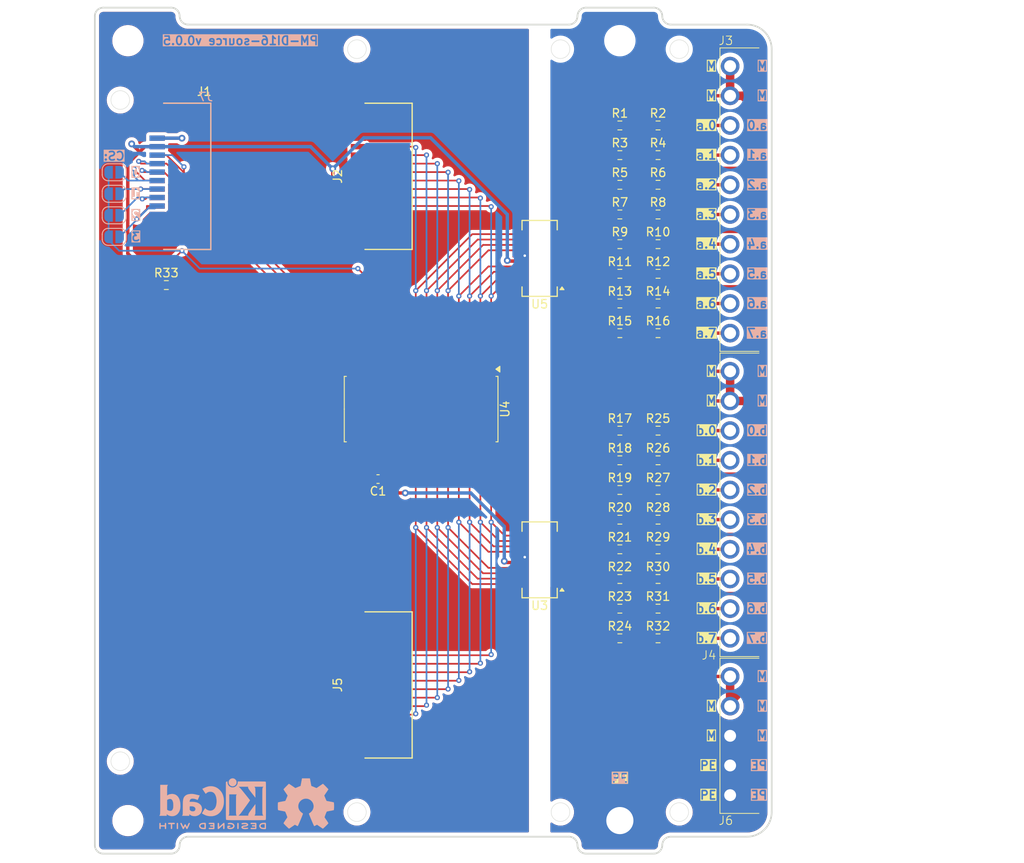
<source format=kicad_pcb>
(kicad_pcb (version 20240108) (generator "pcbnew") (generator_version "8.0")
  (title_block (title "${article} v${version}"))
  (layers (0 "F.Cu" signal) (31 "B.Cu" signal) (34 "B.Paste" user) (35 "F.Paste" user) (36 "B.SilkS" user "B.Silkscreen") (37 "F.SilkS" user "F.Silkscreen") (38 "B.Mask" user) (39 "F.Mask" user) (44 "Edge.Cuts" user))
  (property "article" "PM-DI16-source")
  (property "version" "0.0.5")
  (net 0 "")
  (net 1 "/MOSI")
  (net 2 "/CS")
  (net 3 "/MISO")
  (net 4 "GND")
  (net 5 "/SCK")
  (net 6 "+3.3V")
  (net 7 "+5V")
  (net 8 "/M")
  (net 9 "/a.1")
  (net 10 "/a.3")
  (net 11 "/a.6")
  (net 12 "/a.5")
  (net 13 "/a.2")
  (net 14 "/a.4")
  (net 15 "/a.7")
  (net 16 "/a.0_div")
  (net 17 "/a.1_div")
  (net 18 "/a.3_div")
  (net 19 "/a.2_div")
  (net 20 "/a.7_div")
  (net 21 "/a.6_div")
  (net 22 "/a.4_div")
  (net 23 "/a.5_div")
  (net 24 "/b.3")
  (net 25 "/b.6")
  (net 26 "/b.4")
  (net 27 "/b.2")
  (net 28 "/b.5")
  (net 29 "/b.7")
  (net 30 "/b.2_div")
  (net 31 "/b.3_div")
  (net 32 "/b.0_div")
  (net 33 "/b.1_div")
  (net 34 "/b.5_div")
  (net 35 "/b.6_div")
  (net 36 "/b.7_div")
  (net 37 "/b.4_div")
  (net 38 "/a.6_in")
  (net 39 "/a.7_in")
  (net 40 "/a.0_in")
  (net 41 "/a.1_in")
  (net 42 "/a.4_in")
  (net 43 "/a.3_in")
  (net 44 "/a.2_in")
  (net 45 "/a.5_in")
  (net 46 "/b.0_in")
  (net 47 "/b.1_in")
  (net 48 "/a.0")
  (net 49 "/b.4_in")
  (net 50 "/b.2_in")
  (net 51 "/b.6_in")
  (net 52 "/b.5_in")
  (net 53 "/b.7_in")
  (net 54 "/b.3_in")
  (net 55 "/b.1")
  (net 56 "/b.0")
  (net 59 "/PE")
  (net 60 "/CS0")
  (net 61 "/CS1")
  (net 62 "/CS3")
  (net 63 "/CS2")
  (footprint "Resistor_SMD:R_0603_1608Metric" (layer "F.Cu") (at 91.5 121)
    (property "Reference" "R31")
    (property "Value" "2k7")
  )
  (footprint "kicad_inventree_lib:PM-ESP32C3_v0.0.4" (layer "F.Cu") (at 25 100)
    (property "Reference" "U2" (hide yes))
    (property "Value" "~" (hide yes))
    (fp_circle (center 3.1 -39) (end 4.2 -39) (stroke (width 0.05)) (fill none) (layer "Edge.Cuts"))
    (fp_circle (center 3.1 39) (end 4.2 39) (stroke (width 0.05)) (fill none) (layer "Edge.Cuts"))
    (fp_circle (center 31 -45) (end 32.1 -45) (stroke (width 0.05)) (fill none) (layer "Edge.Cuts"))
    (fp_circle (center 31 45) (end 32.1 45) (stroke (width 0.05)) (fill none) (layer "Edge.Cuts"))
  )
  (footprint "kicad_inventree_lib:CONN10_AFA07-S10_JUS" (layer "F.Cu") (at 59.73 130 90)
    (property "Reference" "J5")
    (property "Value" "AFA07-S10FCC-00")
  )
  (footprint "Resistor_SMD:R_0603_1608Metric" (layer "F.Cu") (at 91.5 88.5)
    (property "Reference" "R16")
    (property "Value" "2k7")
  )
  (footprint "Package_SO:SOIC-28W_7.5x17.9mm_P1.27mm" (layer "F.Cu") (at 63.57 97.46 -90)
    (property "Reference" "U4")
    (property "Value" "MCP23S17_SO")
  )
  (footprint "Resistor_SMD:R_0603_1608Metric" (layer "F.Cu") (at 87 85)
    (property "Reference" "R13")
    (property "Value" "750R")
  )
  (footprint "Resistor_SMD:R_0603_1608Metric" (layer "F.Cu") (at 87 103.5)
    (property "Reference" "R18")
    (property "Value" "750R")
  )
  (footprint "Resistor_SMD:R_0603_1608Metric" (layer "F.Cu") (at 91.5 110.5)
    (property "Reference" "R28")
    (property "Value" "2k7")
  )
  (footprint "Package_SO:SSOP-20_3.9x8.7mm_P0.635mm" (layer "F.Cu") (at 77.54 79.68 180)
    (property "Reference" "U5")
    (property "Value" "CA-IS3980P")
  )
  (footprint "Resistor_SMD:R_0603_1608Metric" (layer "F.Cu") (at 91.5 67.5)
    (property "Reference" "R4")
    (property "Value" "2k7")
  )
  (footprint "MountingHole:MountingHole_3.2mm_M3" (layer "F.Cu") (at 29 146)
    (property "Reference" "H3" (hide yes))
    (property "Value" "MountingHole")
  )
  (footprint "Resistor_SMD:R_0603_1608Metric" (layer "F.Cu") (at 87 124.5)
    (property "Reference" "R24")
    (property "Value" "750R")
  )
  (footprint "Resistor_SMD:R_0603_1608Metric" (layer "F.Cu") (at 87 121)
    (property "Reference" "R23")
    (property "Value" "750R")
  )
  (footprint "Resistor_SMD:R_0603_1608Metric" (layer "F.Cu") (at 87 81.5)
    (property "Reference" "R11")
    (property "Value" "750R")
  )
  (footprint "Resistor_SMD:R_0603_1608Metric" (layer "F.Cu") (at 91.5 64)
    (property "Reference" "R2")
    (property "Value" "2k7")
  )
  (footprint "Capacitor_SMD:C_0603_1608Metric" (layer "F.Cu") (at 58.49 105.715 180)
    (property "Reference" "C1")
    (property "Value" "100nF")
  )
  (footprint "Resistor_SMD:R_0603_1608Metric" (layer "F.Cu") (at 87 110.5)
    (property "Reference" "R20")
    (property "Value" "750R")
  )
  (footprint "Resistor_SMD:R_0603_1608Metric" (layer "F.Cu") (at 87 71)
    (property "Reference" "R5")
    (property "Value" "750R")
  )
  (footprint "Resistor_SMD:R_0603_1608Metric" (layer "F.Cu") (at 87 67.5)
    (property "Reference" "R3")
    (property "Value" "750R")
  )
  (footprint "kicad_inventree_lib:15EDGRC-3.5-05P" (layer "F.Cu") (at 100 143 90)
    (property "Reference" "J6")
    (property "Value" "15EDGRC-3.5-05P")
  )
  (footprint "kicad_inventree_lib:PM-LED_v0.0.2" (layer "F.Cu") (at 90 100)
    (property "Reference" "U1" (hide yes))
    (property "Value" "PM-LED8_v0.0.2")
    (fp_circle (center -10 -45) (end -8.9 -45) (stroke (width 0.05)) (fill none) (layer "Edge.Cuts"))
    (fp_circle (center -10 45) (end -8.9 45) (stroke (width 0.05)) (fill none) (layer "Edge.Cuts"))
    (fp_circle (center 4 -45) (end 5.1 -45) (stroke (width 0.05)) (fill none) (layer "Edge.Cuts"))
    (fp_circle (center 4 45) (end 5.1 45) (stroke (width 0.05)) (fill none) (layer "Edge.Cuts"))
  )
  (footprint "MountingHole:MountingHole_3.2mm_M3" (layer "F.Cu") (at 29 54)
    (property "Reference" "H2" (hide yes))
    (property "Value" "MountingHole")
  )
  (footprint "Resistor_SMD:R_0603_1608Metric" (layer "F.Cu") (at 91.5 103.5)
    (property "Reference" "R26")
    (property "Value" "2k7")
  )
  (footprint "Resistor_SMD:R_0603_1608Metric" (layer "F.Cu") (at 87 74.5)
    (property "Reference" "R7")
    (property "Value" "750R")
  )
  (footprint "Resistor_SMD:R_0603_1608Metric" (layer "F.Cu") (at 87 100)
    (property "Reference" "R17")
    (property "Value" "750R")
  )
  (footprint "Resistor_SMD:R_0603_1608Metric" (layer "F.Cu") (at 91.5 124.5)
    (property "Reference" "R32")
    (property "Value" "2k7")
  )
  (footprint "MountingHole:MountingHole_3.2mm_M3" (layer "F.Cu") (at 87 54)
    (property "Reference" "H1" (hide yes))
    (property "Value" "MountingHole")
  )
  (footprint "Resistor_SMD:R_0603_1608Metric" (layer "F.Cu") (at 91.5 74.5)
    (property "Reference" "R8")
    (property "Value" "2k7")
  )
  (footprint "Resistor_SMD:R_0603_1608Metric" (layer "F.Cu") (at 91.5 117.5)
    (property "Reference" "R30")
    (property "Value" "2k7")
  )
  (footprint "Resistor_SMD:R_0603_1608Metric" (layer "F.Cu") (at 91.5 71)
    (property "Reference" "R6")
    (property "Value" "2k7")
  )
  (footprint "kicad_inventree_lib:CONN10_AFA07-S10_JUS" (layer "F.Cu") (at 36 70 90)
    (property "Reference" "J1")
    (property "Value" "AFA07-S10FCC-00")
  )
  (footprint "Resistor_SMD:R_0603_1608Metric" (layer "F.Cu") (at 87 64)
    (property "Reference" "R1")
    (property "Value" "750R")
  )
  (footprint "Resistor_SMD:R_0603_1608Metric" (layer "F.Cu") (at 87 117.5)
    (property "Reference" "R22")
    (property "Value" "750R")
  )
  (footprint "Resistor_SMD:R_0603_1608Metric" (layer "F.Cu") (at 33.53 82.83)
    (property "Reference" "R33")
    (property "Value" "10k")
  )
  (footprint "Resistor_SMD:R_0603_1608Metric" (layer "F.Cu") (at 91.5 78)
    (property "Reference" "R10")
    (property "Value" "2k7")
  )
  (footprint "Resistor_SMD:R_0603_1608Metric" (layer "F.Cu") (at 91.5 85)
    (property "Reference" "R14")
    (property "Value" "2k7")
  )
  (footprint "Package_SO:SSOP-20_3.9x8.7mm_P0.635mm" (layer "F.Cu") (at 77.54 115.24 180)
    (property "Reference" "U3")
    (property "Value" "CA-IS3980P")
  )
  (footprint "Resistor_SMD:R_0603_1608Metric" (layer "F.Cu") (at 91.5 81.5)
    (property "Reference" "R12")
    (property "Value" "2k7")
  )
  (footprint "kicad_inventree_lib:CONN10_AFA07-S10_JUS" (layer "F.Cu") (at 59.73 70 90)
    (property "Reference" "J2")
    (property "Value" "AFA07-S10FCC-00")
  )
  (footprint "Resistor_SMD:R_0603_1608Metric" (layer "F.Cu") (at 87 78)
    (property "Reference" "R9")
    (property "Value" "750R")
  )
  (footprint "Resistor_SMD:R_0603_1608Metric" (layer "F.Cu") (at 87 107)
    (property "Reference" "R19")
    (property "Value" "750R")
  )
  (footprint "kicad_inventree_lib:15EDGRC-3.5-10P" (layer "F.Cu") (at 100 124.5 90)
    (property "Reference" "J4")
    (property "Value" "15EDGRC-3.5-10P")
  )
  (footprint "Resistor_SMD:R_0603_1608Metric" (layer "F.Cu") (at 91.5 107)
    (property "Reference" "R27")
    (property "Value" "2k7")
  )
  (footprint "Resistor_SMD:R_0603_1608Metric" (layer "F.Cu") (at 91.5 100)
    (property "Reference" "R25")
    (property "Value" "2k7")
  )
  (footprint "Resistor_SMD:R_0603_1608Metric" (layer "F.Cu") (at 87 114)
    (property "Reference" "R21")
    (property "Value" "750R")
  )
  (footprint "kicad_inventree_lib:PE" (layer "F.Cu") (at 87 146)
    (property "Reference" "PE1" (hide yes))
    (property "Value" "PE")
  )
  (footprint "kicad_inventree_lib:15EDGRC-3.5-10P" (layer "F.Cu") (at 100 88.5 90)
    (property "Reference" "J3")
    (property "Value" "15EDGRC-3.5-10P")
  )
  (footprint "Resistor_SMD:R_0603_1608Metric" (layer "F.Cu") (at 91.5 114)
    (property "Reference" "R29")
    (property "Value" "2k7")
  )
  (footprint "Resistor_SMD:R_0603_1608Metric" (layer "F.Cu") (at 87 88.5)
    (property "Reference" "R15")
    (property "Value" "750R")
  )
  (footprint "Jumper:SolderJumper-2_P1.3mm_Open_RoundedPad1.0x1.5mm" (layer "B.Cu") (at 27.375 77.14 180)
    (property "Reference" "JP4" (hide yes))
    (property "Value" "SolderJumper_2_Open")
  )
  (footprint "Jumper:SolderJumper-2_P1.3mm_Open_RoundedPad1.0x1.5mm" (layer "B.Cu") (at 27.375 74.6 180)
    (property "Reference" "JP3" (hide yes))
    (property "Value" "SolderJumper_2_Open")
  )
  (footprint "Symbol:KiCad-Logo2_5mm_SilkScreen" (layer "B.Cu") (at 39 144 180)
    (property "Reference" "kicad_logo" (hide yes))
    (property "Value" "KiCad-Logo2_5mm_SilkScreen" (hide yes))
  )
  (footprint "kicad_inventree_lib:CONN10_AFA07-S10_JUS" (layer "B.Cu") (at 36 70 -90)
    (property "Reference" "J7")
    (property "Value" "AFA07-S10FCC-00")
  )
  (footprint "Symbol:OSHW-Symbol_6.7x6mm_SilkScreen" (layer "B.Cu") (at 50 144 180)
    (property "Reference" "oshw_logo" (hide yes))
    (property "Value" "OSHW-Symbol_6.7x6mm_SilkScreen" (hide yes))
  )
  (footprint "Jumper:SolderJumper-2_P1.3mm_Open_RoundedPad1.0x1.5mm" (layer "B.Cu") (at 27.375 72.06 180)
    (property "Reference" "JP2" (hide yes))
    (property "Value" "SolderJumper_2_Open")
  )
  (footprint "Jumper:SolderJumper-2_P1.3mm_Open_RoundedPad1.0x1.5mm" (layer "B.Cu") (at 27.375 69.52 180)
    (property "Reference" "JP1" (hide yes))
    (property "Value" "SolderJumper_2_Open")
  )
  (gr_arc (start 102 52.1) (mid 104.05061 52.94939) (end 104.9 55) (stroke (width 0.2)) (layer "Edge.Cuts"))
  (gr_arc (start 91 50.1) (mid 91.707107 50.392893) (end 92 51.1) (stroke (width 0.2)) (layer "Edge.Cuts"))
  (gr_arc (start 34.1 50.1) (mid 34.807107 50.392893) (end 35.1 51.1) (stroke (width 0.2)) (layer "Edge.Cuts"))
  (gr_line (start 26.1 149.9) (end 34.1 149.9) (stroke (width 0.2)) (layer "Edge.Cuts"))
  (gr_arc (start 82 51.1) (mid 81.707107 51.807107) (end 81 52.1) (stroke (width 0.2)) (layer "Edge.Cuts"))
  (gr_arc (start 25.1 51.1) (mid 25.392893 50.392893) (end 26.1 50.1) (stroke (width 0.2)) (layer "Edge.Cuts"))
  (gr_arc (start 35.1 148.9) (mid 34.807107 149.607107) (end 34.1 149.9) (stroke (width 0.2)) (layer "Edge.Cuts"))
  (gr_arc (start 82 51.1) (mid 82.292893 50.392893) (end 83 50.1) (stroke (width 0.2)) (layer "Edge.Cuts"))
  (gr_line (start 36.1 52.1) (end 81 52.1) (stroke (width 0.2)) (layer "Edge.Cuts"))
  (gr_arc (start 92 148.9) (mid 91.707107 149.607107) (end 91 149.9) (stroke (width 0.2)) (layer "Edge.Cuts"))
  (gr_arc (start 36.1 52.1) (mid 35.392893 51.807107) (end 35.1 51.1) (stroke (width 0.2)) (layer "Edge.Cuts"))
  (gr_line (start 81 147.9) (end 36.1 147.9) (stroke (width 0.2)) (layer "Edge.Cuts"))
  (gr_line (start 93 147.9) (end 102 147.9) (stroke (width 0.2)) (layer "Edge.Cuts"))
  (gr_arc (start 83 149.9) (mid 82.292893 149.607107) (end 82 148.9) (stroke (width 0.2)) (layer "Edge.Cuts"))
  (gr_arc (start 26.1 149.9) (mid 25.392893 149.607107) (end 25.1 148.9) (stroke (width 0.2)) (layer "Edge.Cuts"))
  (gr_arc (start 93 52.1) (mid 92.292893 51.807107) (end 92 51.1) (stroke (width 0.2)) (layer "Edge.Cuts"))
  (gr_line (start 104.9 55) (end 104.9 145) (stroke (width 0.2)) (layer "Edge.Cuts"))
  (gr_line (start 26.1 50.1) (end 34.1 50.1) (stroke (width 0.2)) (layer "Edge.Cuts"))
  (gr_arc (start 92 148.9) (mid 92.292893 148.192893) (end 93 147.9) (stroke (width 0.2)) (layer "Edge.Cuts"))
  (gr_line (start 102 52.1) (end 93 52.1) (stroke (width 0.2)) (layer "Edge.Cuts"))
  (gr_line (start 25.1 51.1) (end 25.1 148.9) (stroke (width 0.2)) (layer "Edge.Cuts"))
  (gr_arc (start 104.9 145) (mid 104.05061 147.05061) (end 102 147.9) (stroke (width 0.2)) (layer "Edge.Cuts"))
  (gr_arc (start 35.1 148.9) (mid 35.392891 148.192891) (end 36.1 147.9) (stroke (width 0.2)) (layer "Edge.Cuts"))
  (gr_line (start 91 50.1) (end 83 50.1) (stroke (width 0.2)) (layer "Edge.Cuts"))
  (gr_line (start 83 149.9) (end 91 149.9) (stroke (width 0.2)) (layer "Edge.Cuts"))
  (gr_arc (start 81 147.9) (mid 81.707107 148.192893) (end 82 148.9) (stroke (width 0.2)) (layer "Edge.Cuts"))
  (gr_text "b.2" (at 104.5 107 0) (layer "B.SilkS" knockout) (effects (font (size 1 1) (thickness 0.2) (bold yes)) (justify left mirror)))
  (gr_text "PE" (at 104.5 143 0) (layer "B.SilkS" knockout) (effects (font (size 1 1) (thickness 0.2) (bold yes)) (justify left mirror)))
  (gr_text "M" (at 104.5 93 0) (layer "B.SilkS" knockout) (effects (font (size 1 1) (thickness 0.2) (bold yes)) (justify left mirror)))
  (gr_text "a.0" (at 104.5 64 0) (layer "B.SilkS" knockout) (effects (font (size 1 1) (thickness 0.2) (bold yes)) (justify left mirror)))
  (gr_text "a.3" (at 104.5 74.5 0) (layer "B.SilkS" knockout) (effects (font (size 1 1) (thickness 0.2) (bold yes)) (justify left mirror)))
  (gr_text "a.7" (at 104.5 88.5 0) (layer "B.SilkS" knockout) (effects (font (size 1 1) (thickness 0.2) (bold yes)) (justify left mirror)))
  (gr_text "b.4" (at 104.5 114 0) (layer "B.SilkS" knockout) (effects (font (size 1 1) (thickness 0.2) (bold yes)) (justify left mirror)))
  (gr_text "M" (at 104.5 129 0) (layer "B.SilkS" knockout) (effects (font (size 1 1) (thickness 0.2) (bold yes)) (justify left mirror)))
  (gr_text "M" (at 104.5 136 0) (layer "B.SilkS" knockout) (effects (font (size 1 1) (thickness 0.2) (bold yes)) (justify left mirror)))
  (gr_text "a.1" (at 104.5 67.5 0) (layer "B.SilkS" knockout) (effects (font (size 1 1) (thickness 0.2) (bold yes)) (justify left mirror)))
  (gr_text "b.5" (at 104.5 117.5 0) (layer "B.SilkS" knockout) (effects (font (size 1 1) (thickness 0.2) (bold yes)) (justify left mirror)))
  (gr_text "PE" (at 104.5 139.5 0) (layer "B.SilkS" knockout) (effects (font (size 1 1) (thickness 0.2) (bold yes)) (justify left mirror)))
  (gr_text "b.6" (at 104.5 121 0) (layer "B.SilkS" knockout) (effects (font (size 1 1) (thickness 0.2) (bold yes)) (justify left mirror)))
  (gr_text "M" (at 104.5 60.5 0) (layer "B.SilkS" knockout) (effects (font (size 1 1) (thickness 0.2) (bold yes)) (justify left mirror)))
  (gr_text "3" (at 29.915 77.14 0) (layer "B.SilkS" knockout) (effects (font (size 1 1) (thickness 0.2) (bold yes)) (justify mirror)))
  (gr_text "M" (at 104.5 96.5 0) (layer "B.SilkS" knockout) (effects (font (size 1 1) (thickness 0.2) (bold yes)) (justify left mirror)))
  (gr_text "1" (at 29.915 72.06 0) (layer "B.SilkS" knockout) (effects (font (size 1 1) (thickness 0.2) (bold yes)) (justify mirror)))
  (gr_text "M" (at 104.5 57 0) (layer "B.SilkS" knockout) (effects (font (size 1 1) (thickness 0.2) (bold yes)) (justify left mirror)))
  (gr_text "b.1" (at 104.5 103.5 0) (layer "B.SilkS" knockout) (effects (font (size 1 1) (thickness 0.2) (bold yes)) (justify left mirror)))
  (gr_text "b.0" (at 104.5 100 0) (layer "B.SilkS" knockout) (effects (font (size 1 1) (thickness 0.2) (bold yes)) (justify left mirror)))
  (gr_text "M" (at 104.5 132.5 0) (layer "B.SilkS" knockout) (effects (font (size 1 1) (thickness 0.2) (bold yes)) (justify left mirror)))
  (gr_text "a.5" (at 104.5 81.5 0) (layer "B.SilkS" knockout) (effects (font (size 1 1) (thickness 0.2) (bold yes)) (justify left mirror)))
  (gr_text "b.7" (at 104.5 124.5 0) (layer "B.SilkS" knockout) (effects (font (size 1 1) (thickness 0.2) (bold yes)) (justify left mirror)))
  (gr_text "${article} v${version}" (at 33 54 0) (layer "B.SilkS" knockout) (effects (font (size 1 1) (thickness 0.2) (bold yes)) (justify right mirror)))
  (gr_text "0" (at 29.915 69.52 0) (layer "B.SilkS" knockout) (effects (font (size 1 1) (thickness 0.2) (bold yes)) (justify mirror)))
  (gr_text "CS:" (at 27.375 67.615 0) (layer "B.SilkS" knockout) (effects (font (size 1 1) (thickness 0.2) (bold yes)) (justify mirror)))
  (gr_text "2" (at 29.915 74.6 0) (layer "B.SilkS" knockout) (effects (font (size 1 1) (thickness 0.2) (bold yes)) (justify mirror)))
  (gr_text "a.2" (at 104.5 71 0) (layer "B.SilkS" knockout) (effects (font (size 1 1) (thickness 0.2) (bold yes)) (justify left mirror)))
  (gr_text "a.6" (at 104.5 85 0) (layer "B.SilkS" knockout) (effects (font (size 1 1) (thickness 0.2) (bold yes)) (justify left mirror)))
  (gr_text "PE" (at 87 141 -0) (layer "B.SilkS" knockout) (effects (font (size 1 1) (thickness 0.2) (bold yes)) (justify mirror)))
  (gr_text "a.4" (at 104.5 78 0) (layer "B.SilkS" knockout) (effects (font (size 1 1) (thickness 0.2) (bold yes)) (justify left mirror)))
  (gr_text "b.3" (at 104.5 110.5 0) (layer "B.SilkS" knockout) (effects (font (size 1 1) (thickness 0.2) (bold yes)) (justify left mirror)))
  (gr_text "a.6" (at 98.5 85 0) (layer "F.SilkS" knockout) (effects (font (size 1 1) (thickness 0.2) (bold yes)) (justify right)))
  (gr_text "b.7" (at 98.5 124.5 0) (layer "F.SilkS" knockout) (effects (font (size 1 1) (thickness 0.2) (bold yes)) (justify right)))
  (gr_text "M" (at 98.5 136 0) (layer "F.SilkS" knockout) (effects (font (size 1 1) (thickness 0.2) (bold yes)) (justify right)))
  (gr_text "b.3" (at 98.5 110.5 0) (layer "F.SilkS" knockout) (effects (font (size 1 1) (thickness 0.2) (bold yes)) (justify right)))
  (gr_text "M" (at 98.5 60.5 0) (layer "F.SilkS" knockout) (effects (font (size 1 1) (thickness 0.2) (bold yes)) (justify right)))
  (gr_text "a.5" (at 98.5 81.5 0) (layer "F.SilkS" knockout) (effects (font (size 1 1) (thickness 0.2) (bold yes)) (justify right)))
  (gr_text "b.6" (at 98.5 121 0) (layer "F.SilkS" knockout) (effects (font (size 1 1) (thickness 0.2) (bold yes)) (justify right)))
  (gr_text "a.2" (at 98.5 71 0) (layer "F.SilkS" knockout) (effects (font (size 1 1) (thickness 0.2) (bold yes)) (justify right)))
  (gr_text "b.2" (at 98.5 107 0) (layer "F.SilkS" knockout) (effects (font (size 1 1) (thickness 0.2) (bold yes)) (justify right)))
  (gr_text "M" (at 98.5 57 0) (layer "F.SilkS" knockout) (effects (font (size 1 1) (thickness 0.2) (bold yes)) (justify right)))
  (gr_text "b.4" (at 98.5 114 0) (layer "F.SilkS" knockout) (effects (font (size 1 1) (thickness 0.2) (bold yes)) (justify right)))
  (gr_text "M" (at 98.5 132.5 0) (layer "F.SilkS" knockout) (effects (font (size 1 1) (thickness 0.2) (bold yes)) (justify right)))
  (gr_text "PE" (at 98.5 143 0) (layer "F.SilkS" knockout) (effects (font (size 1 1) (thickness 0.2) (bold yes)) (justify right)))
  (gr_text "b.5" (at 98.5 117.5 0) (layer "F.SilkS" knockout) (effects (font (size 1 1) (thickness 0.2) (bold yes)) (justify right)))
  (gr_text "PE" (at 87 141 0) (layer "F.SilkS" knockout) (effects (font (size 1 1) (thickness 0.2) (bold yes))))
  (gr_text "a.4" (at 98.5 78 0) (layer "F.SilkS" knockout) (effects (font (size 1 1) (thickness 0.2) (bold yes)) (justify right)))
  (gr_text "PE" (at 98.5 139.5 0) (layer "F.SilkS" knockout) (effects (font (size 1 1) (thickness 0.2) (bold yes)) (justify right)))
  (gr_text "a.7" (at 98.5 88.5 0) (layer "F.SilkS" knockout) (effects (font (size 1 1) (thickness 0.2) (bold yes)) (justify right)))
  (gr_text "M" (at 98.5 93 0) (layer "F.SilkS" knockout) (effects (font (size 1 1) (thickness 0.2) (bold yes)) (justify right)))
  (gr_text "b.0" (at 98.5 100 0) (layer "F.SilkS" knockout) (effects (font (size 1 1) (thickness 0.2) (bold yes)) (justify right)))
  (gr_text "b.1" (at 98.5 103.5 0) (layer "F.SilkS" knockout) (effects (font (size 1 1) (thickness 0.2) (bold yes)) (justify right)))
  (gr_text "a.0" (at 98.5 64 0) (layer "F.SilkS" knockout) (effects (font (size 1 1) (thickness 0.2) (bold yes)) (justify right)))
  (gr_text "M" (at 98.5 96.5 0) (layer "F.SilkS" knockout) (effects (font (size 1 1) (thickness 0.2) (bold yes)) (justify right)))
  (gr_text "a.3" (at 98.5 74.5 0) (layer "F.SilkS" knockout) (effects (font (size 1 1) (thickness 0.2) (bold yes)) (justify right)))
  (gr_text "a.1" (at 98.5 67.5 0) (layer "F.SilkS" knockout) (effects (font (size 1 1) (thickness 0.2) (bold yes)) (justify right)))
  (segment (start 33.5457 67.500005) (end 56.585 90.539305) (width 0.2) (layer "F.Cu") (net 1))
  (segment (start 56.585 90.539305) (end 56.585 92.81) (width 0.2) (layer "F.Cu") (net 1))
  (segment (start 35.6062 69.5605) (end 35.6062 68.8813) (width 0.2) (layer "F.Cu") (net 1))
  (segment (start 32.444 67.500005) (end 33.5457 67.500005) (width 0.2) (layer "F.Cu") (net 1))
  (via (at 35.6062 68.8813) (size 0.6) (drill 0.3) (layers "F.Cu" "B.Cu") (net 1))
  (segment (start 35.6062 68.8813) (end 34.2249 67.5) (width 0.2) (layer "B.Cu") (net 1))
  (segment (start 34.2249 67.5) (end 32.444 67.5) (width 0.2) (layer "B.Cu") (net 1))
  (segment (start 34.355 79.7938) (end 34.355 82.83) (width 0.2) (layer "F.Cu") (net 2))
  (segment (start 59.125 83.8953) (end 56.1115 80.8818) (width 0.2) (layer "F.Cu") (net 2))
  (segment (start 35.3705 78.7783) (end 34.355 79.7938) (width 0.2) (layer "F.Cu") (net 2))
  (segment (start 59.125 92.81) (end 59.125 83.8953) (width 0.2) (layer "F.Cu") (net 2))
  (via (at 56.1115 80.8818) (size 0.6) (drill 0.3) (layers "F.Cu" "B.Cu") (net 2))
  (via (at 35.3705 78.7783) (size 0.6) (drill 0.3) (layers "F.Cu" "B.Cu") (net 2))
  (segment (start 26.725 77.533) (end 27.9703 78.7783) (width 0.2) (layer "B.Cu") (net 2))
  (segment (start 56.1115 80.8818) (end 37.474 80.8818) (width 0.2) (layer "B.Cu") (net 2))
  (segment (start 27.9703 78.7783) (end 35.3705 78.7783) (width 0.2) (layer "B.Cu") (net 2))
  (segment (start 26.725 77.14) (end 26.725 77.533) (width 0.2) (layer "B.Cu") (net 2))
  (segment (start 37.474 80.8818) (end 35.3705 78.7783) (width 0.2) (layer "B.Cu") (net 2))
  (segment (start 26.725 69.52) (end 26.725 77.14) (width 0.2) (layer "B.Cu") (net 2))
  (segment (start 32.444 68.5) (end 30.5441 68.5) (width 0.2) (layer "F.Cu") (net 3))
  (segment (start 55.315 90.269303) (end 55.315 92.81) (width 0.2) (layer "F.Cu") (net 3))
  (segment (start 30.5441 68.5) (end 30.2758 68.2317) (width 0.2) (layer "F.Cu") (net 3))
  (segment (start 33.5457 68.500003) (end 55.315 90.269303) (width 0.2) (layer "F.Cu") (net 3))
  (segment (start 32.444 68.500003) (end 33.5457 68.500003) (width 0.2) (layer "F.Cu") (net 3))
  (via (at 30.2758 68.2317) (size 0.6) (drill 0.3) (layers "F.Cu" "B.Cu") (net 3))
  (segment (start 32.444 68.5) (end 31.2406 68.5) (width 0.2) (layer "B.Cu") (net 3))
  (segment (start 30.2758 68.2317) (end 30.9723 68.2317) (width 0.2) (layer "B.Cu") (net 3))
  (segment (start 30.9723 68.2317) (end 31.2406 68.5) (width 0.2) (layer "B.Cu") (net 3))
  (segment (start 74.94 79.3625) (end 75.786525 79.3625) (width 0.4) (layer "F.Cu") (net 4))
  (segment (start 75.786525 114.9225) (end 75.786526 114.922499) (width 0.4) (layer "F.Cu") (net 4))
  (segment (start 75.786525 79.3625) (end 75.786526 79.362499) (width 0.4) (layer "F.Cu") (net 4))
  (segment (start 74.94 114.9225) (end 75.786525 114.9225) (width 0.4) (layer "F.Cu") (net 4))
  (via (at 75.786526 79.362499) (size 0.6) (drill 0.3) (layers "F.Cu" "B.Cu") (net 4))
  (via (at 75.786526 114.922499) (size 0.6) (drill 0.3) (layers "F.Cu" "B.Cu") (net 4))
  (segment (start 57.023999 94.666) (end 57.855 93.834999) (width 0.2) (layer "F.Cu") (net 5))
  (segment (start 57.855 93.834999) (end 57.855 92.81) (width 0.2) (layer "F.Cu") (net 5))
  (segment (start 53.41 93.269) (end 54.807 94.666) (width 0.2) (layer "F.Cu") (net 5))
  (segment (start 30.8651 69.5) (end 30.6667 69.3016) (width 0.2) (layer "F.Cu") (net 5))
  (segment (start 53.41 89.646799) (end 53.41 93.269) (width 0.2) (layer "F.Cu") (net 5))
  (segment (start 32.444 69.5) (end 30.8651 69.5) (width 0.2) (layer "F.Cu") (net 5))
  (segment (start 33.263202 69.500001) (end 53.41 89.646799) (width 0.2) (layer "F.Cu") (net 5))
  (segment (start 54.807 94.666) (end 57.023999 94.666) (width 0.2) (layer "F.Cu") (net 5))
  (segment (start 32.444 69.500001) (end 33.263202 69.500001) (width 0.2) (layer "F.Cu") (net 5))
  (via (at 30.6667 69.3016) (size 0.6) (drill 0.3) (layers "F.Cu" "B.Cu") (net 5))
  (segment (start 32.444 69.5) (end 31.2406 69.5) (width 0.2) (layer "B.Cu") (net 5))
  (segment (start 30.6667 69.3016) (end 31.0422 69.3016) (width 0.2) (layer "B.Cu") (net 5))
  (segment (start 31.0422 69.3016) (end 31.2406 69.5) (width 0.2) (layer "B.Cu") (net 5))
  (segment (start 32.705 82.83) (end 28.9842 79.1092) (width 0.4) (layer "F.Cu") (net 6))
  (segment (start 59.125 105.575) (end 59.125 102.11) (width 0.4) (layer "F.Cu") (net 6))
  (segment (start 61.665 92.81) (end 61.665 84.6758) (width 0.4) (layer "F.Cu") (net 6))
  (segment (start 59.125 101.5443) (end 61.665 99.0043) (width 0.4) (layer "F.Cu") (net 6))
  (segment (start 59.125 102.11) (end 59.125 101.5443) (width 0.4) (layer "F.Cu") (net 6))
  (segment (start 59.265 105.715) (end 59.125 105.575) (width 0.4) (layer "F.Cu") (net 6))
  (segment (start 30.9955 66.5) (end 32.444 66.5) (width 0.4) (layer "F.Cu") (net 6))
  (segment (start 28.9842 79.1092) (end 28.9842 68.5113) (width 0.4) (layer "F.Cu") (net 6))
  (segment (start 61.6955 107.3526) (end 60.9026 107.3526) (width 0.4) (layer "F.Cu") (net 6))
  (segment (start 53.1485 76.1593) (end 53.1485 69.117) (width 0.4) (layer "F.Cu") (net 6))
  (segment (start 61.665 99.0043) (end 61.665 92.81) (width 0.4) (layer "F.Cu") (net 6))
  (segment (start 73.795 79.9975) (end 73.73 79.9325) (width 0.4) (layer "F.Cu") (net 6))
  (segment (start 73.5327 115.5575) (end 73.374 115.3988) (width 0.4) (layer "F.Cu") (net 6))
  (segment (start 60.9026 107.3526) (end 59.265 105.715) (width 0.4) (layer "F.Cu") (net 6))
  (segment (start 30.3821 67.1134) (end 30.9955 66.5) (width 0.4) (layer "F.Cu") (net 6))
  (segment (start 30.3821 67.1134) (end 29.4445 66.1758) (width 0.4) (layer "F.Cu") (net 6))
  (segment (start 74.94 115.5575) (end 73.5327 115.5575) (width 0.4) (layer "F.Cu") (net 6))
  (segment (start 74.94 79.9975) (end 73.795 79.9975) (width 0.4) (layer "F.Cu") (net 6))
  (segment (start 28.9842 68.5113) (end 30.3821 67.1134) (width 0.4) (layer "F.Cu") (net 6))
  (segment (start 61.665 84.6758) (end 53.1485 76.1593) (width 0.4) (layer "F.Cu") (net 6))
  (via (at 61.6955 107.3526) (size 0.8) (drill 0.4) (layers "F.Cu" "B.Cu") (net 6))
  (via (at 29.4445 66.1758) (size 0.8) (drill 0.4) (layers "F.Cu" "B.Cu") (net 6))
  (via (at 73.374 115.3988) (size 0.8) (drill 0.4) (layers "F.Cu" "B.Cu") (net 6))
  (via (at 73.73 79.9325) (size 0.8) (drill 0.4) (layers "F.Cu" "B.Cu") (net 6))
  (via (at 53.1485 69.117) (size 0.8) (drill 0.4) (layers "F.Cu" "B.Cu") (net 6))
  (segment (start 73.374 111.3011) (end 69.4255 107.3526) (width 0.4) (layer "B.Cu") (net 6))
  (segment (start 73.73 74.49905) (end 64.68695 65.456) (width 0.4) (layer "B.Cu") (net 6))
  (segment (start 69.4255 107.3526) (end 61.6955 107.3526) (width 0.4) (layer "B.Cu") (net 6))
  (segment (start 73.374 115.3988) (end 73.374 111.3011) (width 0.4) (layer "B.Cu") (net 6))
  (segment (start 50.5315 66.5) (end 32.444 66.5) (width 0.4) (layer "B.Cu") (net 6))
  (segment (start 64.68695 65.456) (end 56.8095 65.456) (width 0.4) (layer "B.Cu") (net 6))
  (segment (start 29.7687 66.5) (end 32.444 66.5) (width 0.4) (layer "B.Cu") (net 6))
  (segment (start 29.4445 66.1758) (end 29.7687 66.5) (width 0.4) (layer "B.Cu") (net 6))
  (segment (start 53.1485 69.117) (end 50.5315 66.5) (width 0.4) (layer "B.Cu") (net 6))
  (segment (start 73.73 79.9325) (end 73.73 74.49905) (width 0.4) (layer "B.Cu") (net 6))
  (segment (start 56.8095 65.456) (end 53.1485 69.117) (width 0.4) (layer "B.Cu") (net 6))
  (segment (start 32.444 65.5) (end 35.3679 65.5) (width 0.4) (layer "F.Cu") (net 7))
  (segment (start 35.3679 65.5) (end 35.3705 65.5026) (width 0.4) (layer "F.Cu") (net 7))
  (via (at 35.3705 65.5026) (size 0.8) (drill 0.4) (layers "F.Cu" "B.Cu") (net 7))
  (segment (start 33.75 65.5026) (end 33.7474 65.5) (width 0.4) (layer "B.Cu") (net 7))
  (segment (start 32.444 65.5) (end 33.7474 65.5) (width 0.4) (layer "B.Cu") (net 7))
  (segment (start 35.3705 65.5026) (end 33.75 65.5026) (width 0.4) (layer "B.Cu") (net 7))
  (segment (start 86.175 69.06) (end 86.175 71) (width 0.4) (layer "F.Cu") (net 8))
  (segment (start 89.675 60.5) (end 100 60.5) (width 0.4) (layer "F.Cu") (net 8))
  (segment (start 86.175 83.03) (end 86.175 85) (width 0.4) (layer "F.Cu") (net 8))
  (segment (start 103.9 101.27) (end 103.9 101) (width 1) (layer "F.Cu") (net 8))
  (segment (start 102.81 76.5) (end 103.9 75.41) (width 0.4) (layer "F.Cu") (net 8))
  (segment (start 86.355 76.5) (end 102.81 76.5) (width 0.4) (layer "F.Cu") (net 8))
  (segment (start 103.9 98.5) (end 103.9 86.03) (width 1) (layer "F.Cu") (net 8))
  (segment (start 86.175 124.5) (end 90.675 129) (width 0.4) (layer "F.Cu") (net 8))
  (segment (start 86.175 74.5) (end 86.175 76.68) (width 0.4) (layer "F.Cu") (net 8))
  (segment (start 100 57) (end 100 60.5) (width 1) (layer "F.Cu") (net 8))
  (segment (start 103.852 105.128) (end 103.9 105.08) (width 0.4) (layer "F.Cu") (net 8))
  (segment (start 86.175 105.128) (end 103.852 105.128) (width 0.4) (layer "F.Cu") (net 8))
  (segment (start 85.892 114) (end 84.9695 114.9225) (width 0.4) (layer "F.Cu") (net 8))
  (segment (start 103.9 128.1) (end 103.9 119.812) (width 1) (layer "F.Cu") (net 8))
  (segment (start 86.175 112.24) (end 103.44 112.24) (width 0.4) (layer "F.Cu") (net 8))
  (segment (start 100 96.5) (end 101.9 96.5) (width 1) (layer "F.Cu") (net 8))
  (segment (start 86.175 117.5) (end 86.175 119.225) (width 0.4) (layer "F.Cu") (net 8))
  (segment (start 80.14 79.9975) (end 80.14 79.3625) (width 0.4) (layer "F.Cu") (net 8))
  (segment (start 101.9 96.5) (end 103.9 98.5) (width 1) (layer "F.Cu") (net 8))
  (segment (start 86.175 83.03) (end 103.9 83.03) (width 0.4) (layer "F.Cu") (net 8))
  (segment (start 89.675 96.5) (end 100 96.5) (width 0.4) (layer "F.Cu") (net 8))
  (segment (start 86.175 76.68) (end 86.175 78) (width 0.4) (layer "F.Cu") (net 8))
  (segment (start 100 129) (end 97 129) (width 0.4) (layer "F.Cu") (net 8))
  (segment (start 103.9 115.24) (end 103.9 112.7) (width 1) (layer "F.Cu") (net 8))
  (segment (start 86.175 110.5) (end 86.175 112.24) (width 0.4) (layer "F.Cu") (net 8))
  (segment (start 86.175 67.5) (end 86.175 69.06) (width 0.4) (layer "F.Cu") (net 8))
  (segment (start 85.824 78) (end 83.8265 79.9975) (width 0.4) (layer "F.Cu") (net 8))
  (segment (start 90.675 129) (end 97 129) (width 0.4) (layer "F.Cu") (net 8))
  (segment (start 103.9 119.812) (end 103.9 115.24) (width 1) (layer "F.Cu") (net 8))
  (segment (start 86.175 88.5) (end 90.675 93) (width 0.4) (layer "F.Cu") (net 8))
  (segment (start 103.9 101) (end 103.9 98.5) (width 1) (layer "F.Cu") (net 8))
  (segment (start 101.5 60.5) (end 103.9 62.9) (width 1) (layer "F.Cu") (net 8))
  (segment (start 86.175 76.68) (end 86.355 76.5) (width 0.4) (layer "F.Cu") (net 8))
  (segment (start 86.175 64) (end 89.675 60.5) (width 0.4) (layer "F.Cu") (net 8))
  (segment (start 103.9 128.1) (end 100 132) (width 1) (layer "F.Cu") (net 8))
  (segment (start 86.175 81.5) (end 86.175 83.03) (width 0.4) (layer "F.Cu") (net 8))
  (segment (start 86.175 100) (end 89.675 96.5) (width 0.4) (layer "F.Cu") (net 8))
  (segment (start 100 96.5) (end 100 93) (width 1) (layer "F.Cu") (net 8))
  (segment (start 86.175 114) (end 85.892 114) (width 0.4) (layer "F.Cu") (net 8))
  (segment (start 86.175 105.128) (end 86.175 107) (width 0.4) (layer "F.Cu") (net 8))
  (segment (start 86.175 103.5) (end 86.175 105.128) (width 0.4) (layer "F.Cu") (net 8))
  (segment (start 90.675 93) (end 100 93) (width 0.4) (layer "F.Cu") (net 8))
  (segment (start 103.9 105.08) (end 103.9 101.27) (width 1) (layer "F.Cu") (net 8))
  (segment (start 100 60.5) (end 101.5 60.5) (width 1) (layer "F.Cu") (net 8))
  (segment (start 86.175 119.225) (end 86.175 121) (width 0.4) (layer "F.Cu") (net 8))
  (segment (start 83.8265 79.9975) (end 80.14 79.9975) (width 0.4) (layer "F.Cu") (net 8))
  (segment (start 103.313 119.225) (end 103.9 119.812) (width 0.4) (layer "F.Cu") (net 8))
  (segment (start 103.9 112.7) (end 103.9 108.128) (width 1) (layer "F.Cu") (net 8))
  (segment (start 84.9695 114.9225) (end 80.14 114.9225) (width 0.4) (layer "F.Cu") (net 8))
  (segment (start 103.9 108.128) (end 103.9 105.08) (width 1) (layer "F.Cu") (net 8))
  (segment (start 80.14 114.9225) (end 80.14 115.5575) (width 0.4) (layer "F.Cu") (net 8))
  (segment (start 103.9 62.9) (end 103.9 72.06) (width 1) (layer "F.Cu") (net 8))
  (segment (start 103.44 112.24) (end 103.9 112.7) (width 0.4) (layer "F.Cu") (net 8))
  (segment (start 86.175 78) (end 85.824 78) (width 0.4) (layer "F.Cu") (net 8))
  (segment (start 100 132.5) (end 100 129) (width 1) (layer "F.Cu") (net 8))
  (segment (start 86.175 112.24) (end 86.175 114) (width 0.4) (layer "F.Cu") (net 8))
  (segment (start 86.175 119.225) (end 103.313 119.225) (width 0.4) (layer "F.Cu") (net 8))
  (segment (start 86.175 69.06) (end 103.9 69.06) (width 0.4) (layer "F.Cu") (net 8))
  (segment (start 103.9 86.03) (end 103.9 78.41) (width 1) (layer "F.Cu") (net 8))
  (segment (start 103.9 78.41) (end 103.9 72.06) (width 1) (layer "F.Cu") (net 8))
  (segment (start 64.205 92.81) (end 64.205 83.49) (width 0.2) (layer "F.Cu") (net 9))
  (segment (start 64.192995 67.500005) (end 64.205 67.488) (width 0.2) (layer "F.Cu") (net 9))
  (segment (start 73.67 77.4575) (end 74.94 77.4575) (width 0.2) (layer "F.Cu") (net 9))
  (segment (start 70.2375 77.4575) (end 73.67 77.4575) (width 0.2) (layer "F.Cu") (net 9))
  (segment (start 64.205 83.49) (end 70.2375 77.4575) (width 0.2) (layer "F.Cu") (net 9))
  (segment (start 56.174 67.500005) (end 64.192995 67.500005) (width 0.2) (layer "F.Cu") (net 9))
  (via (at 64.205 83.49) (size 0.6) (drill 0.3) (layers "F.Cu" "B.Cu") (net 9))
  (via (at 64.205 67.488) (size 0.6) (drill 0.3) (layers "F.Cu" "B.Cu") (net 9))
  (segment (start 64.205 67.488) (end 64.205 83.49) (width 0.2) (layer "B.Cu") (net 9))
  (segment (start 71.5075 78.7275) (end 73.67 78.7275) (width 0.2) (layer "F.Cu") (net 10))
  (segment (start 66.745 92.81) (end 66.745 83.49) (width 0.2) (layer "F.Cu") (net 10))
  (segment (start 56.174 69.500001) (end 66.725001 69.500001) (width 0.2) (layer "F.Cu") (net 10))
  (segment (start 66.725001 69.500001) (end 66.745 69.52) (width 0.2) (layer "F.Cu") (net 10))
  (segment (start 74.94 78.7275) (end 73.67 78.7275) (width 0.2) (layer "F.Cu") (net 10))
  (segment (start 66.745 83.49) (end 71.5075 78.7275) (width 0.2) (layer "F.Cu") (net 10))
  (via (at 66.745 69.52) (size 0.6) (drill 0.3) (layers "F.Cu" "B.Cu") (net 10))
  (via (at 66.745 83.49) (size 0.6) (drill 0.3) (layers "F.Cu" "B.Cu") (net 10))
  (segment (start 66.745 69.52) (end 66.745 83.49) (width 0.2) (layer "B.Cu") (net 10))
  (segment (start 70.486995 72.499995) (end 70.555 72.568) (width 0.2) (layer "F.Cu") (net 11))
  (segment (start 72.7775 81.9025) (end 73.67 81.9025) (width 0.2) (layer "F.Cu") (net 11))
  (segment (start 70.555 84.125) (end 72.7775 81.9025) (width 0.2) (layer "F.Cu") (net 11))
  (segment (start 73.67 81.9025) (end 74.94 81.9025) (width 0.2) (layer "F.Cu") (net 11))
  (segment (start 56.174 72.499995) (end 70.486995 72.499995) (width 0.2) (layer "F.Cu") (net 11))
  (segment (start 70.555 92.81) (end 70.555 84.125) (width 0.2) (layer "F.Cu") (net 11))
  (via (at 70.555 72.568) (size 0.6) (drill 0.3) (layers "F.Cu" "B.Cu") (net 11))
  (via (at 70.555 84.125) (size 0.6) (drill 0.3) (layers "F.Cu" "B.Cu") (net 11))
  (segment (start 70.555 72.568) (end 70.555 84.125) (width 0.2) (layer "B.Cu") (net 11))
  (segment (start 69.232997 71.499997) (end 69.285 71.552) (width 0.2) (layer "F.Cu") (net 12))
  (segment (start 69.285 84.125) (end 72.1425 81.2675) (width 0.2) (layer "F.Cu") (net 12))
  (segment (start 69.285 92.81) (end 69.285 84.125) (width 0.2) (layer "F.Cu") (net 12))
  (segment (start 56.174 71.499997) (end 69.232997 71.499997) (width 0.2) (layer "F.Cu") (net 12))
  (segment (start 73.67 81.2675) (end 74.94 81.2675) (width 0.2) (layer "F.Cu") (net 12))
  (segment (start 72.1425 81.2675) (end 73.67 81.2675) (width 0.2) (layer "F.Cu") (net 12))
  (via (at 69.285 84.125) (size 0.6) (drill 0.3) (layers "F.Cu" "B.Cu") (net 12))
  (via (at 69.285 71.552) (size 0.6) (drill 0.3) (layers "F.Cu" "B.Cu") (net 12))
  (segment (start 69.285 71.552) (end 69.285 84.125) (width 0.2) (layer "B.Cu") (net 12))
  (segment (start 65.475 92.81) (end 65.475 83.49) (width 0.2) (layer "F.Cu") (net 13))
  (segment (start 73.67 78.0925) (end 74.94 78.0925) (width 0.2) (layer "F.Cu") (net 13))
  (segment (start 56.174 68.500003) (end 65.471003 68.500003) (width 0.2) (layer "F.Cu") (net 13))
  (segment (start 70.8725 78.0925) (end 73.67 78.0925) (width 0.2) (layer "F.Cu") (net 13))
  (segment (start 65.471003 68.500003) (end 65.475 68.504) (width 0.2) (layer "F.Cu") (net 13))
  (segment (start 65.475 83.49) (end 70.8725 78.0925) (width 0.2) (layer "F.Cu") (net 13))
  (via (at 65.475 83.49) (size 0.6) (drill 0.3) (layers "F.Cu" "B.Cu") (net 13))
  (via (at 65.475 68.504) (size 0.6) (drill 0.3) (layers "F.Cu" "B.Cu") (net 13))
  (segment (start 65.475 68.504) (end 65.475 83.49) (width 0.2) (layer "B.Cu") (net 13))
  (segment (start 67.978999 70.499999) (end 68.015 70.536) (width 0.2) (layer "F.Cu") (net 14))
  (segment (start 68.015 92.81) (end 68.015 84.125) (width 0.2) (layer "F.Cu") (net 14))
  (segment (start 68.015 84.125) (end 71.5075 80.6325) (width 0.2) (layer "F.Cu") (net 14))
  (segment (start 74.94 80.6325) (end 73.67 80.6325) (width 0.2) (layer "F.Cu") (net 14))
  (segment (start 56.174 70.499999) (end 67.978999 70.499999) (width 0.2) (layer "F.Cu") (net 14))
  (segment (start 71.5075 80.6325) (end 73.67 80.6325) (width 0.2) (layer "F.Cu") (net 14))
  (via (at 68.015 84.125) (size 0.6) (drill 0.3) (layers "F.Cu" "B.Cu") (net 14))
  (via (at 68.015 70.536) (size 0.6) (drill 0.3) (layers "F.Cu" "B.Cu") (net 14))
  (segment (start 68.015 70.536) (end 68.015 84.125) (width 0.2) (layer "B.Cu") (net 14))
  (segment (start 71.825 84.125) (end 73.4125 82.5375) (width 0.2) (layer "F.Cu") (net 15))
  (segment (start 71.740993 73.499993) (end 71.825 73.584) (width 0.2) (layer "F.Cu") (net 15))
  (segment (start 71.825 92.81) (end 71.825 84.125) (width 0.2) (layer "F.Cu") (net 15))
  (segment (start 73.67 82.5375) (end 74.94 82.5375) (width 0.2) (layer "F.Cu") (net 15))
  (segment (start 73.4125 82.5375) (end 73.67 82.5375) (width 0.2) (layer "F.Cu") (net 15))
  (segment (start 56.174 73.499993) (end 71.740993 73.499993) (width 0.2) (layer "F.Cu") (net 15))
  (via (at 71.825 84.125) (size 0.6) (drill 0.3) (layers "F.Cu" "B.Cu") (net 15))
  (via (at 71.825 73.584) (size 0.6) (drill 0.3) (layers "F.Cu" "B.Cu") (net 15))
  (segment (start 71.825 73.584) (end 71.825 84.125) (width 0.2) (layer "B.Cu") (net 15))
  (segment (start 87.825 64) (end 90.675 64) (width 0.4) (layer "F.Cu") (net 16))
  (segment (start 86.95 64.875) (end 86.622402 64.875) (width 0.4) (layer "F.Cu") (net 16))
  (segment (start 86.622402 64.875) (end 80.14 71.357402) (width 0.4) (layer "F.Cu") (net 16))
  (segment (start 80.14 71.357402) (end 80.14 76.8225) (width 0.4) (layer "F.Cu") (net 16))
  (segment (start 87.825 64) (end 86.95 64.875) (width 0.4) (layer "F.Cu") (net 16))
  (segment (start 87.825 67.5) (end 90.675 67.5) (width 0.4) (layer "F.Cu") (net 17))
  (segment (start 83.128 69.21793) (end 83.128 75.4345) (width 0.4) (layer "F.Cu") (net 17))
  (segment (start 81.105 77.4575) (end 80.14 77.4575) (width 0.4) (layer "F.Cu") (net 17))
  (segment (start 87.825 67.5) (end 86.95 66.625) (width 0.4) (layer "F.Cu") (net 17))
  (segment (start 86.95 66.625) (end 85.72093 66.625) (width 0.4) (layer "F.Cu") (net 17))
  (segment (start 83.128 75.4345) (end 81.105 77.4575) (width 0.4) (layer "F.Cu") (net 17))
  (segment (start 85.72093 66.625) (end 83.128 69.21793) (width 0.4) (layer "F.Cu") (net 17))
  (segment (start 85.72093 73.625) (end 85.375 73.97093) (width 0.4) (layer "F.Cu") (net 18))
  (segment (start 87.825 74.5) (end 90.675 74.5) (width 0.4) (layer "F.Cu") (net 18))
  (segment (start 86.95 73.625) (end 85.72093 73.625) (width 0.4) (layer "F.Cu") (net 18))
  (segment (start 87.825 74.5) (end 86.95 73.625) (width 0.4) (layer "F.Cu") (net 18))
  (segment (start 85.375 75.401) (end 82.0485 78.7275) (width 0.4) (layer "F.Cu") (net 18))
  (segment (start 85.375 73.97093) (end 85.375 75.401) (width 0.4) (layer "F.Cu") (net 18))
  (segment (start 82.0485 78.7275) (end 80.14 78.7275) (width 0.4) (layer "F.Cu") (net 18))
  (segment (start 86.95 71.875) (end 86.622402 71.875) (width 0.4) (layer "F.Cu") (net 19))
  (segment (start 84.775 73.722402) (end 84.775 74.985) (width 0.4) (layer "F.Cu") (net 19))
  (segment (start 81.6675 78.0925) (end 80.14 78.0925) (width 0.4) (layer "F.Cu") (net 19))
  (segment (start 87.825 71) (end 86.95 71.875) (width 0.4) (layer "F.Cu") (net 19))
  (segment (start 86.622402 71.875) (end 84.775 73.722402) (width 0.4) (layer "F.Cu") (net 19))
  (segment (start 87.825 71) (end 90.675 71) (width 0.4) (layer "F.Cu") (net 19))
  (segment (start 84.775 74.985) (end 81.6675 78.0925) (width 0.4) (layer "F.Cu") (net 19))
  (segment (start 86.95 87.625) (end 85.2275 87.625) (width 0.4) (layer "F.Cu") (net 20))
  (segment (start 87.825 88.5) (end 86.95 87.625) (width 0.4) (layer "F.Cu") (net 20))
  (segment (start 87.825 88.5) (end 90.675 88.5) (width 0.4) (layer "F.Cu") (net 20))
  (segment (start 85.2275 87.625) (end 80.14 82.5375) (width 0.4) (layer "F.Cu") (net 20))
  (segment (start 87.825 85) (end 90.675 85) (width 0.4) (layer "F.Cu") (net 21))
  (segment (start 85.0775 85.875) (end 81.105 81.9025) (width 0.4) (layer "F.Cu") (net 21))
  (segment (start 86.95 85.875) (end 85.0775 85.875) (width 0.4) (layer "F.Cu") (net 21))
  (segment (start 81.105 81.9025) (end 80.14 81.9025) (width 0.4) (layer "F.Cu") (net 21))
  (segment (start 87.825 85) (end 86.95 85.875) (width 0.4) (layer "F.Cu") (net 21))
  (segment (start 87.825 78) (end 90.675 78) (width 0.4) (layer "F.Cu") (net 22))
  (segment (start 86.33207 79.172) (end 85.500528 79.172) (width 0.4) (layer "F.Cu") (net 22))
  (segment (start 87.825 77.67907) (end 86.33207 79.172) (width 0.4) (layer "F.Cu") (net 22))
  (segment (start 84.040028 80.6325) (end 80.14 80.6325) (width 0.4) (layer "F.Cu") (net 22))
  (segment (start 85.500528 79.172) (end 84.040028 80.6325) (width 0.4) (layer "F.Cu") (net 22))
  (segment (start 87.825 78) (end 87.825 77.67907) (width 0.4) (layer "F.Cu") (net 22))
  (segment (start 86.95 80.625) (end 84.896056 80.625) (width 0.4) (layer "F.Cu") (net 23))
  (segment (start 84.253556 81.2675) (end 80.14 81.2675) (width 0.4) (layer "F.Cu") (net 23))
  (segment (start 87.825 81.5) (end 90.675 81.5) (width 0.4) (layer "F.Cu") (net 23))
  (segment (start 84.896056 80.625) (end 84.253556 81.2675) (width 0.4) (layer "F.Cu") (net 23))
  (segment (start 87.825 81.5) (end 86.95 80.625) (width 0.4) (layer "F.Cu") (net 23))
  (segment (start 68.015 110.795) (end 71.5075 114.2875) (width 0.2) (layer "F.Cu") (net 24))
  (segment (start 67.978999 129.500001) (end 68.015 129.464) (width 0.2) (layer "F.Cu") (net 24))
  (segment (start 68.015 102.11) (end 68.015 110.795) (width 0.2) (layer "F.Cu") (net 24))
  (segment (start 74.9395 114.288) (end 74.94 114.2875) (width 0.2) (layer "F.Cu") (net 24))
  (segment (start 56.174 129.500001) (end 67.978999 129.500001) (width 0.2) (layer "F.Cu") (net 24))
  (segment (start 73.67 114.2875) (end 74.94 114.2875) (width 0.2) (layer "F.Cu") (net 24))
  (segment (start 71.5075 114.2875) (end 73.67 114.2875) (width 0.2) (layer "F.Cu") (net 24))
  (via (at 68.015 129.464) (size 0.6) (drill 0.3) (layers "F.Cu" "B.Cu") (net 24))
  (via (at 68.015 110.795) (size 0.6) (drill 0.3) (layers "F.Cu" "B.Cu") (net 24))
  (segment (start 68.015 129.464) (end 68.015 110.795) (width 0.2) (layer "B.Cu") (net 24))
  (segment (start 56.174 132.499995) (end 64.090005 132.499995) (width 0.2) (layer "F.Cu") (net 25))
  (segment (start 70.2375 117.4625) (end 73.67 117.4625) (width 0.2) (layer "F.Cu") (net 25))
  (segment (start 74.94 117.4625) (end 73.67 117.4625) (width 0.2) (layer "F.Cu") (net 25))
  (segment (start 64.090005 132.499995) (end 64.205 132.385) (width 0.2) (layer "F.Cu") (net 25))
  (segment (start 64.205 102.11) (end 64.205 111.43) (width 0.2) (layer "F.Cu") (net 25))
  (segment (start 74.9395 117.462) (end 74.94 117.4625) (width 0.2) (layer "F.Cu") (net 25))
  (segment (start 64.205 111.43) (end 70.2375 117.4625) (width 0.2) (layer "F.Cu") (net 25))
  (via (at 64.205 132.385) (size 0.6) (drill 0.3) (layers "F.Cu" "B.Cu") (net 25))
  (via (at 64.205 111.43) (size 0.6) (drill 0.3) (layers "F.Cu" "B.Cu") (net 25))
  (segment (start 64.205 132.385) (end 64.205 111.43) (width 0.2) (layer "B.Cu") (net 25))
  (segment (start 74.9395 116.192) (end 74.94 116.1925) (width 0.2) (layer "F.Cu") (net 26))
  (segment (start 74.94 116.1925) (end 73.67 116.1925) (width 0.2) (layer "F.Cu") (net 26))
  (segment (start 71.5075 116.1925) (end 73.67 116.1925) (width 0.2) (layer "F.Cu") (net 26))
  (segment (start 56.174 130.499999) (end 66.725001 130.499999) (width 0.2) (layer "F.Cu") (net 26))
  (segment (start 66.725001 130.499999) (end 66.745 130.48) (width 0.2) (layer "F.Cu") (net 26))
  (segment (start 66.745 111.43) (end 71.5075 116.1925) (width 0.2) (layer "F.Cu") (net 26))
  (segment (start 66.745 102.11) (end 66.745 111.43) (width 0.2) (layer "F.Cu") (net 26))
  (via (at 66.745 130.48) (size 0.6) (drill 0.3) (layers "F.Cu" "B.Cu") (net 26))
  (via (at 66.745 111.43) (size 0.6) (drill 0.3) (layers "F.Cu" "B.Cu") (net 26))
  (segment (start 66.745 130.48) (end 66.745 111.43) (width 0.2) (layer "B.Cu") (net 26))
  (segment (start 69.285 102.11) (end 69.285 110.795) (width 0.2) (layer "F.Cu") (net 27))
  (segment (start 56.174 128.500003) (end 69.232997 128.500003) (width 0.2) (layer "F.Cu") (net 27))
  (segment (start 69.285 110.823843) (end 72.113657 113.6525) (width 0.2) (layer "F.Cu") (net 27))
  (segment (start 74.9395 113.652) (end 74.94 113.6525) (width 0.2) (layer "F.Cu") (net 27))
  (segment (start 72.113657 113.6525) (end 73.67 113.6525) (width 0.2) (layer "F.Cu") (net 27))
  (segment (start 69.285 110.795) (end 69.285 110.823843) (width 0.2) (layer "F.Cu") (net 27))
  (segment (start 69.232997 128.500003) (end 69.285 128.448) (width 0.2) (layer "F.Cu") (net 27))
  (segment (start 74.94 113.6525) (end 73.67 113.6525) (width 0.2) (layer "F.Cu") (net 27))
  (via (at 69.285 128.448) (size 0.6) (drill 0.3) (layers "F.Cu" "B.Cu") (net 27))
  (via (at 69.285 110.795) (size 0.6) (drill 0.3) (layers "F.Cu" "B.Cu") (net 27))
  (segment (start 69.285 128.448) (end 69.285 110.795) (width 0.2) (layer "B.Cu") (net 27))
  (segment (start 73.67 116.8275) (end 74.94 116.8275) (width 0.2) (layer "F.Cu") (net 28))
  (segment (start 65.475 102.11) (end 65.475 111.43) (width 0.2) (layer "F.Cu") (net 28))
  (segment (start 65.471003 131.499997) (end 65.475 131.496) (width 0.2) (layer "F.Cu") (net 28))
  (segment (start 70.8725 116.8275) (end 73.67 116.8275) (width 0.2) (layer "F.Cu") (net 28))
  (segment (start 56.174 131.499997) (end 65.471003 131.499997) (width 0.2) (layer "F.Cu") (net 28))
  (segment (start 74.9395 116.828) (end 74.94 116.8275) (width 0.2) (layer "F.Cu") (net 28))
  (segment (start 65.475 111.43) (end 70.8725 116.8275) (width 0.2) (layer "F.Cu") (net 28))
  (via (at 65.475 111.43) (size 0.6) (drill 0.3) (layers "F.Cu" "B.Cu") (net 28))
  (via (at 65.475 131.496) (size 0.6) (drill 0.3) (layers "F.Cu" "B.Cu") (net 28))
  (segment (start 65.475 131.496) (end 65.475 111.43) (width 0.2) (layer "B.Cu") (net 28))
  (segment (start 69.6025 118.0975) (end 73.67 118.0975) (width 0.2) (layer "F.Cu") (net 29))
  (segment (start 62.935 102.11) (end 62.935 111.43) (width 0.2) (layer "F.Cu") (net 29))
  (segment (start 56.174 133.499993) (end 62.836007 133.499993) (width 0.2) (layer "F.Cu") (net 29))
  (segment (start 73.67 118.0975) (end 74.94 118.0975) (width 0.2) (layer "F.Cu") (net 29))
  (segment (start 62.935 111.43) (end 69.6025 118.0975) (width 0.2) (layer "F.Cu") (net 29))
  (segment (start 74.9395 118.098) (end 74.94 118.0975) (width 0.2) (layer "F.Cu") (net 29))
  (segment (start 62.836007 133.499993) (end 62.935 133.401) (width 0.2) (layer "F.Cu") (net 29))
  (via (at 62.935 111.43) (size 0.6) (drill 0.3) (layers "F.Cu" "B.Cu") (net 29))
  (via (at 62.935 133.401) (size 0.6) (drill 0.3) (layers "F.Cu" "B.Cu") (net 29))
  (segment (start 62.935 133.401) (end 62.935 111.43) (width 0.2) (layer "B.Cu") (net 29))
  (segment (start 86.95 107.875) (end 86.622402 107.875) (width 0.4) (layer "F.Cu") (net 30))
  (segment (start 87.825 107) (end 86.95 107.875) (width 0.4) (layer "F.Cu") (net 30))
  (segment (start 84.775 109.722402) (end 84.775 110.504528) (width 0.4) (layer "F.Cu") (net 30))
  (segment (start 81.627028 113.6525) (end 80.14 113.6525) (width 0.4) (layer "F.Cu") (net 30))
  (segment (start 84.775 110.504528) (end 81.627028 113.6525) (width 0.4) (layer "F.Cu") (net 30))
  (segment (start 86.622402 107.875) (end 84.775 109.722402) (width 0.4) (layer "F.Cu") (net 30))
  (segment (start 87.825 107) (end 90.675 107) (width 0.4) (layer "F.Cu") (net 30))
  (segment (start 85.375 110.753056) (end 81.840556 114.2875) (width 0.4) (layer "F.Cu") (net 31))
  (segment (start 85.72093 109.625) (end 85.375 109.97093) (width 0.4) (layer "F.Cu") (net 31))
  (segment (start 85.375 109.97093) (end 85.375 110.753056) (width 0.4) (layer "F.Cu") (net 31))
  (segment (start 87.825 110.5) (end 86.95 109.625) (width 0.4) (layer "F.Cu") (net 31))
  (segment (start 87.825 110.5) (end 90.675 110.5) (width 0.4) (layer "F.Cu") (net 31))
  (segment (start 81.840556 114.2875) (end 80.14 114.2875) (width 0.4) (layer "F.Cu") (net 31))
  (segment (start 86.95 109.625) (end 85.72093 109.625) (width 0.4) (layer "F.Cu") (net 31))
  (segment (start 86.95 100.875) (end 86.571 100.875) (width 0.4) (layer "F.Cu") (net 32))
  (segment (start 80.14 107.306) (end 80.14 112.3825) (width 0.4) (layer "F.Cu") (net 32))
  (segment (start 86.571 100.875) (end 80.14 107.306) (width 0.4) (layer "F.Cu") (net 32))
  (segment (start 87.825 100) (end 90.675 100) (width 0.4) (layer "F.Cu") (net 32))
  (segment (start 87.825 100) (end 86.95 100.875) (width 0.4) (layer "F.Cu") (net 32))
  (segment (start 87.825 103.5) (end 90.675 103.5) (width 0.4) (layer "F.Cu") (net 33))
  (segment (start 81.4135 113.0175) (end 80.14 113.0175) (width 0.4) (layer "F.Cu") (net 33))
  (segment (start 87.825 103.5) (end 86.95 102.625) (width 0.4) (layer "F.Cu") (net 33))
  (segment (start 84.144 110.287) (end 81.4135 113.0175) (width 0.4) (layer "F.Cu") (net 33))
  (segment (start 86.95 102.625) (end 85.72093 102.625) (width 0.4) (layer "F.Cu") (net 33))
  (segment (start 84.144 104.20193) (end 84.144 110.287) (width 0.4) (layer "F.Cu") (net 33))
  (segment (start 85.72093 102.625) (end 84.144 104.20193) (width 0.4) (layer "F.Cu") (net 33))
  (segment (start 87.825 117.5) (end 90.675 117.5) (width 0.4) (layer "F.Cu") (net 34))
  (segment (start 81.743 116.625) (end 81.5405 116.8275) (width 0.4) (layer "F.Cu") (net 34))
  (segment (start 87.825 117.5) (end 86.95 116.625) (width 0.4) (layer "F.Cu") (net 34))
  (segment (start 86.95 116.625) (end 81.743 116.625) (width 0.4) (layer "F.Cu") (net 34))
  (segment (start 81.5405 116.8275) (end 80.14 116.8275) (width 0.4) (layer "F.Cu") (net 34))
  (segment (start 85.2895 121.875) (end 80.877 117.4625) (width 0.4) (layer "F.Cu") (net 35))
  (segment (start 87.825 121) (end 90.675 121) (width 0.4) (layer "F.Cu") (net 35))
  (segment (start 80.877 117.4625) (end 80.14 117.4625) (width 0.4) (layer "F.Cu") (net 35))
  (segment (start 86.95 121.875) (end 85.2895 121.875) (width 0.4) (layer "F.Cu") (net 35))
  (segment (start 87.825 121) (end 86.95 121.875) (width 0.4) (layer "F.Cu") (net 35))
  (segment (start 87.825 124.5) (end 86.95 123.625) (width 0.4) (layer "F.Cu") (net 36))
  (segment (start 87.825 124.5) (end 90.675 124.5) (width 0.4) (layer "F.Cu") (net 36))
  (segment (start 85.6675 123.625) (end 80.14 118.0975) (width 0.4) (layer "F.Cu") (net 36))
  (segment (start 86.95 123.625) (end 85.6675 123.625) (width 0.4) (layer "F.Cu") (net 36))
  (segment (start 87.825 114) (end 90.675 114) (width 0.4) (layer "F.Cu") (net 37))
  (segment (start 81.105 116.1925) (end 80.14 116.1925) (width 0.4) (layer "F.Cu") (net 37))
  (segment (start 85.668 115.748) (end 81.5495 115.748) (width 0.4) (layer "F.Cu") (net 37))
  (segment (start 86.176 115.24) (end 85.668 115.748) (width 0.4) (layer "F.Cu") (net 37))
  (segment (start 87.825 114) (end 86.585 115.24) (width 0.4) (layer "F.Cu") (net 37))
  (segment (start 81.5495 115.748) (end 81.105 116.1925) (width 0.4) (layer "F.Cu") (net 37))
  (segment (start 86.585 115.24) (end 86.176 115.24) (width 0.4) (layer "F.Cu") (net 37))
  (segment (start 92.325 85) (end 100 85) (width 0.4) (layer "F.Cu") (net 38))
  (segment (start 92.325 88.5) (end 100 88.5) (width 0.4) (layer "F.Cu") (net 39))
  (segment (start 92.325 64) (end 100 64) (width 0.4) (layer "F.Cu") (net 40))
  (segment (start 92.325 67.5) (end 100 67.5) (width 0.4) (layer "F.Cu") (net 41))
  (segment (start 92.325 78) (end 100 78) (width 0.4) (layer "F.Cu") (net 42))
  (segment (start 92.325 74.5) (end 100 74.5) (width 0.4) (layer "F.Cu") (net 43))
  (segment (start 92.325 71) (end 100 71) (width 0.4) (layer "F.Cu") (net 44))
  (segment (start 92.325 81.5) (end 100 81.5) (width 0.4) (layer "F.Cu") (net 45))
  (segment (start 92.325 100) (end 100 100) (width 0.4) (layer "F.Cu") (net 46))
  (segment (start 92.325 103.5) (end 100 103.5) (width 0.4) (layer "F.Cu") (net 47))
  (segment (start 62.935 83.49) (end 69.6025 76.8225) (width 0.2) (layer "F.Cu") (net 48))
  (segment (start 56.174 66.500007) (end 62.836007 66.500007) (width 0.2) (layer "F.Cu") (net 48))
  (segment (start 62.935 92.81) (end 62.935 83.49) (width 0.2) (layer "F.Cu") (net 48))
  (segment (start 74.94 76.8225) (end 73.67 76.8225) (width 0.2) (layer "F.Cu") (net 48))
  (segment (start 69.6025 76.8225) (end 73.67 76.8225) (width 0.2) (layer "F.Cu") (net 48))
  (segment (start 62.836007 66.500007) (end 62.935 66.599) (width 0.2) (layer "F.Cu") (net 48))
  (via (at 62.935 66.599) (size 0.6) (drill 0.3) (layers "F.Cu" "B.Cu") (net 48))
  (via (at 62.935 83.49) (size 0.6) (drill 0.3) (layers "F.Cu" "B.Cu") (net 48))
  (segment (start 62.935 66.599) (end 62.935 83.49) (width 0.2) (layer "B.Cu") (net 48))
  (segment (start 92.325 114) (end 100 114) (width 0.4) (layer "F.Cu") (net 49))
  (segment (start 92.325 107) (end 100 107) (width 0.4) (layer "F.Cu") (net 50))
  (segment (start 92.325 121) (end 100 121) (width 0.4) (layer "F.Cu") (net 51))
  (segment (start 92.325 117.5) (end 100 117.5) (width 0.4) (layer "F.Cu") (net 52))
  (segment (start 92.325 124.5) (end 100 124.5) (width 0.4) (layer "F.Cu") (net 53))
  (segment (start 92.325 110.5) (end 100 110.5) (width 0.4) (layer "F.Cu") (net 54))
  (segment (start 70.555 110.795) (end 72.7775 113.0175) (width 0.2) (layer "F.Cu") (net 55))
  (segment (start 73.67 113.0175) (end 74.94 113.0175) (width 0.2) (layer "F.Cu") (net 55))
  (segment (start 74.9395 113.018) (end 74.94 113.0175) (width 0.2) (layer "F.Cu") (net 55))
  (segment (start 56.174 127.500005) (end 70.486995 127.500005) (width 0.2) (layer "F.Cu") (net 55))
  (segment (start 72.7775 113.0175) (end 73.67 113.0175) (width 0.2) (layer "F.Cu") (net 55))
  (segment (start 70.486995 127.500005) (end 70.555 127.432) (width 0.2) (layer "F.Cu") (net 55))
  (segment (start 70.555 102.11) (end 70.555 110.795) (width 0.2) (layer "F.Cu") (net 55))
  (via (at 70.555 127.432) (size 0.6) (drill 0.3) (layers "F.Cu" "B.Cu") (net 55))
  (via (at 70.555 110.795) (size 0.6) (drill 0.3) (layers "F.Cu" "B.Cu") (net 55))
  (segment (start 70.555 127.432) (end 70.555 110.795) (width 0.2) (layer "B.Cu") (net 55))
  (segment (start 56.174 126.500007) (end 71.740993 126.500007) (width 0.2) (layer "F.Cu") (net 56))
  (segment (start 74.94 112.3825) (end 73.67 112.3825) (width 0.2) (layer "F.Cu") (net 56))
  (segment (start 71.825 102.11) (end 71.825 110.795) (width 0.2) (layer "F.Cu") (net 56))
  (segment (start 73.4125 112.3825) (end 73.67 112.3825) (width 0.2) (layer "F.Cu") (net 56))
  (segment (start 71.740993 126.500007) (end 71.825 126.416) (width 0.2) (layer "F.Cu") (net 56))
  (segment (start 71.825 110.795) (end 73.4125 112.3825) (width 0.2) (layer "F.Cu") (net 56))
  (segment (start 74.9395 112.382) (end 74.94 112.3825) (width 0.2) (layer "F.Cu") (net 56))
  (via (at 71.825 126.416) (size 0.6) (drill 0.3) (layers "F.Cu" "B.Cu") (net 56))
  (via (at 71.825 110.795) (size 0.6) (drill 0.3) (layers "F.Cu" "B.Cu") (net 56))
  (segment (start 71.825 126.416) (end 71.825 110.795) (width 0.2) (layer "B.Cu") (net 56))
  (segment (start 29.7255 69.117) (end 29.7255 69.2112) (width 0.2) (layer "F.Cu") (net 60))
  (segment (start 31.0143 70.5) (end 32.444 70.5) (width 0.2) (layer "F.Cu") (net 60))
  (segment (start 29.7255 69.2112) (end 31.0143 70.5) (width 0.2) (layer "F.Cu") (net 60))
  (via (at 29.7255 69.117) (size 0.6) (drill 0.3) (layers "F.Cu" "B.Cu") (net 60))
  (segment (start 28.025 69.52) (end 29.004999 70.499999) (width 0.2) (layer "B.Cu") (net 60))
  (segment (start 29.004999 70.499999) (end 32.444 70.499999) (width 0.2) (layer "B.Cu") (net 60))
  (segment (start 30.2237 70.5) (end 29.7255 70.0018) (width 0.2) (layer "B.Cu") (net 60))
  (segment (start 29.7255 70.0018) (end 29.7255 69.117) (width 0.2) (layer "B.Cu") (net 60))
  (segment (start 30.5048 71.5) (end 32.444 71.5) (width 0.2) (layer "F.Cu") (net 61))
  (via (at 30.5048 71.5) (size 0.6) (drill 0.3) (layers "F.Cu" "B.Cu") (net 61))
  (segment (start 28.585003 71.499997) (end 32.444 71.499997) (width 0.2) (layer "B.Cu") (net 61))
  (segment (start 28.025 72.06) (end 28.585003 71.499997) (width 0.2) (layer "B.Cu") (net 61))
  (segment (start 31.2406 73.8406) (end 30.0551 75.0261) (width 0.2) (layer "F.Cu") (net 62))
  (segment (start 32.444 73.5) (end 31.2406 73.5) (width 0.2) (layer "F.Cu") (net 62))
  (segment (start 31.2406 73.5) (end 31.2406 73.8406) (width 0.2) (layer "F.Cu") (net 62))
  (via (at 30.0551 75.0261) (size 0.6) (drill 0.3) (layers "F.Cu" "B.Cu") (net 62))
  (segment (start 32.1528 73.7912) (end 32.444 73.5) (width 0.2) (layer "B.Cu") (net 62))
  (segment (start 30.0551 75.0261) (end 30.9987 74.0825) (width 0.2) (layer "B.Cu") (net 62))
  (segment (start 31.3738 73.7912) (end 32.1528 73.7912) (width 0.2) (layer "B.Cu") (net 62))
  (segment (start 28.025 77.14) (end 31.665007 73.499993) (width 0.2) (layer "B.Cu") (net 62))
  (segment (start 30.9987 74.0825) (end 31.0825 74.0825) (width 0.2) (layer "B.Cu") (net 62))
  (segment (start 30.6947 72.6644) (end 31.0762 72.6644) (width 0.2) (layer "F.Cu") (net 63))
  (segment (start 31.0762 72.6644) (end 31.2406 72.5) (width 0.2) (layer "F.Cu") (net 63))
  (segment (start 32.444 72.5) (end 31.2406 72.5) (width 0.2) (layer "F.Cu") (net 63))
  (via (at 30.6947 72.6644) (size 0.6) (drill 0.3) (layers "F.Cu" "B.Cu") (net 63))
  (segment (start 30.8591 72.5) (end 30.6947 72.6644) (width 0.2) (layer "B.Cu") (net 63))
  (segment (start 30.125005 72.499995) (end 32.444 72.499995) (width 0.2) (layer "B.Cu") (net 63))
  (segment (start 28.025 74.6) (end 30.125005 72.499995) (width 0.2) (layer "B.Cu") (net 63))
  (zone (net 4) (net_name "GND") (layers "F&B.Cu") (connect_pads yes (clearance 0.4)) (min_thickness 0.25) (fill yes (thermal_gap 0.5) (thermal_bridge_width 0.5))
    (polygon (pts (xy 76.27 49.2) (xy 24.2 49.2) (xy 24.2 150.8) (xy 76.27 150.8)))
  )
  (zone (net 59) (net_name "/PE") (layers "F&B.Cu") (priority 1) (connect_pads yes (clearance 0.5)) (min_thickness 0.25) (fill yes (thermal_gap 0.5) (thermal_bridge_width 0.5))
    (polygon (pts (xy 78.81 49.2) (xy 105.48 49.2) (xy 105.48 150.8) (xy 78.81 150.8)))
  )
)
</source>
